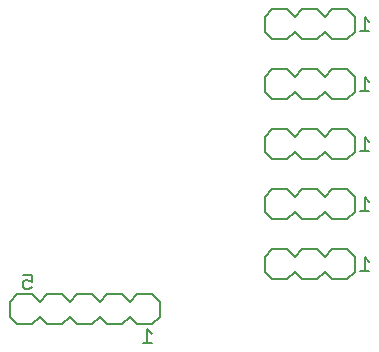
<source format=gbo>
G75*
%MOIN*%
%OFA0B0*%
%FSLAX25Y25*%
%IPPOS*%
%LPD*%
%AMOC8*
5,1,8,0,0,1.08239X$1,22.5*
%
%ADD10C,0.00600*%
%ADD11C,0.00500*%
D10*
X0071600Y0025167D02*
X0074100Y0022667D01*
X0079100Y0022667D01*
X0081600Y0025167D01*
X0084100Y0022667D01*
X0089100Y0022667D01*
X0091600Y0025167D01*
X0094100Y0022667D01*
X0099100Y0022667D01*
X0101600Y0025167D01*
X0104100Y0022667D01*
X0109100Y0022667D01*
X0111600Y0025167D01*
X0114100Y0022667D01*
X0119100Y0022667D01*
X0121600Y0025167D01*
X0121600Y0030167D01*
X0119100Y0032667D01*
X0114100Y0032667D01*
X0111600Y0030167D01*
X0109100Y0032667D01*
X0104100Y0032667D01*
X0101600Y0030167D01*
X0099100Y0032667D01*
X0094100Y0032667D01*
X0091600Y0030167D01*
X0089100Y0032667D01*
X0084100Y0032667D01*
X0081600Y0030167D01*
X0079100Y0032667D01*
X0074100Y0032667D01*
X0071600Y0030167D01*
X0071600Y0025167D01*
X0156600Y0040167D02*
X0156600Y0045167D01*
X0159100Y0047667D01*
X0164100Y0047667D01*
X0166600Y0045167D01*
X0169100Y0047667D01*
X0174100Y0047667D01*
X0176600Y0045167D01*
X0179100Y0047667D01*
X0184100Y0047667D01*
X0186600Y0045167D01*
X0186600Y0040167D01*
X0184100Y0037667D01*
X0179100Y0037667D01*
X0176600Y0040167D01*
X0174100Y0037667D01*
X0169100Y0037667D01*
X0166600Y0040167D01*
X0164100Y0037667D01*
X0159100Y0037667D01*
X0156600Y0040167D01*
X0159100Y0057667D02*
X0164100Y0057667D01*
X0166600Y0060167D01*
X0169100Y0057667D01*
X0174100Y0057667D01*
X0176600Y0060167D01*
X0179100Y0057667D01*
X0184100Y0057667D01*
X0186600Y0060167D01*
X0186600Y0065167D01*
X0184100Y0067667D01*
X0179100Y0067667D01*
X0176600Y0065167D01*
X0174100Y0067667D01*
X0169100Y0067667D01*
X0166600Y0065167D01*
X0164100Y0067667D01*
X0159100Y0067667D01*
X0156600Y0065167D01*
X0156600Y0060167D01*
X0159100Y0057667D01*
X0159100Y0077667D02*
X0164100Y0077667D01*
X0166600Y0080167D01*
X0169100Y0077667D01*
X0174100Y0077667D01*
X0176600Y0080167D01*
X0179100Y0077667D01*
X0184100Y0077667D01*
X0186600Y0080167D01*
X0186600Y0085167D01*
X0184100Y0087667D01*
X0179100Y0087667D01*
X0176600Y0085167D01*
X0174100Y0087667D01*
X0169100Y0087667D01*
X0166600Y0085167D01*
X0164100Y0087667D01*
X0159100Y0087667D01*
X0156600Y0085167D01*
X0156600Y0080167D01*
X0159100Y0077667D01*
X0159100Y0097667D02*
X0164100Y0097667D01*
X0166600Y0100167D01*
X0169100Y0097667D01*
X0174100Y0097667D01*
X0176600Y0100167D01*
X0179100Y0097667D01*
X0184100Y0097667D01*
X0186600Y0100167D01*
X0186600Y0105167D01*
X0184100Y0107667D01*
X0179100Y0107667D01*
X0176600Y0105167D01*
X0174100Y0107667D01*
X0169100Y0107667D01*
X0166600Y0105167D01*
X0164100Y0107667D01*
X0159100Y0107667D01*
X0156600Y0105167D01*
X0156600Y0100167D01*
X0159100Y0097667D01*
X0159100Y0117667D02*
X0164100Y0117667D01*
X0166600Y0120167D01*
X0169100Y0117667D01*
X0174100Y0117667D01*
X0176600Y0120167D01*
X0179100Y0117667D01*
X0184100Y0117667D01*
X0186600Y0120167D01*
X0186600Y0125167D01*
X0184100Y0127667D01*
X0179100Y0127667D01*
X0176600Y0125167D01*
X0174100Y0127667D01*
X0169100Y0127667D01*
X0166600Y0125167D01*
X0164100Y0127667D01*
X0159100Y0127667D01*
X0156600Y0125167D01*
X0156600Y0120167D01*
X0159100Y0117667D01*
D11*
X0188347Y0120417D02*
X0191350Y0120417D01*
X0189849Y0120417D02*
X0189849Y0124920D01*
X0191350Y0123419D01*
X0189849Y0104920D02*
X0189849Y0100417D01*
X0191350Y0100417D02*
X0188347Y0100417D01*
X0191350Y0103419D02*
X0189849Y0104920D01*
X0189849Y0084920D02*
X0189849Y0080417D01*
X0191350Y0080417D02*
X0188347Y0080417D01*
X0191350Y0083419D02*
X0189849Y0084920D01*
X0189849Y0064920D02*
X0189849Y0060417D01*
X0191350Y0060417D02*
X0188347Y0060417D01*
X0191350Y0063419D02*
X0189849Y0064920D01*
X0189849Y0044920D02*
X0189849Y0040417D01*
X0191350Y0040417D02*
X0188347Y0040417D01*
X0191350Y0043419D02*
X0189849Y0044920D01*
X0118850Y0019419D02*
X0117349Y0020920D01*
X0117349Y0016417D01*
X0118850Y0016417D02*
X0115847Y0016417D01*
X0078850Y0035167D02*
X0078099Y0034417D01*
X0076598Y0034417D01*
X0075847Y0035167D01*
X0075847Y0036669D01*
X0076598Y0037419D01*
X0077349Y0037419D01*
X0078850Y0036669D01*
X0078850Y0038920D01*
X0075847Y0038920D01*
M02*

</source>
